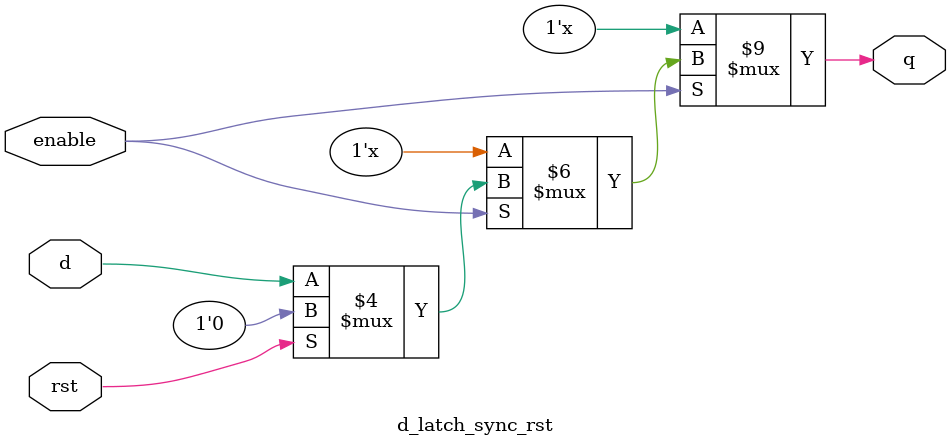
<source format=sv>
module d_latch_sync_rst (
    input wire d,
    input wire enable,
    input wire rst,      // Active high reset
    output reg q
);
    always @* begin
        if (enable) begin
            if (rst)
                q = 1'b0;
            else
                q = d;
        end
    end
endmodule
</source>
